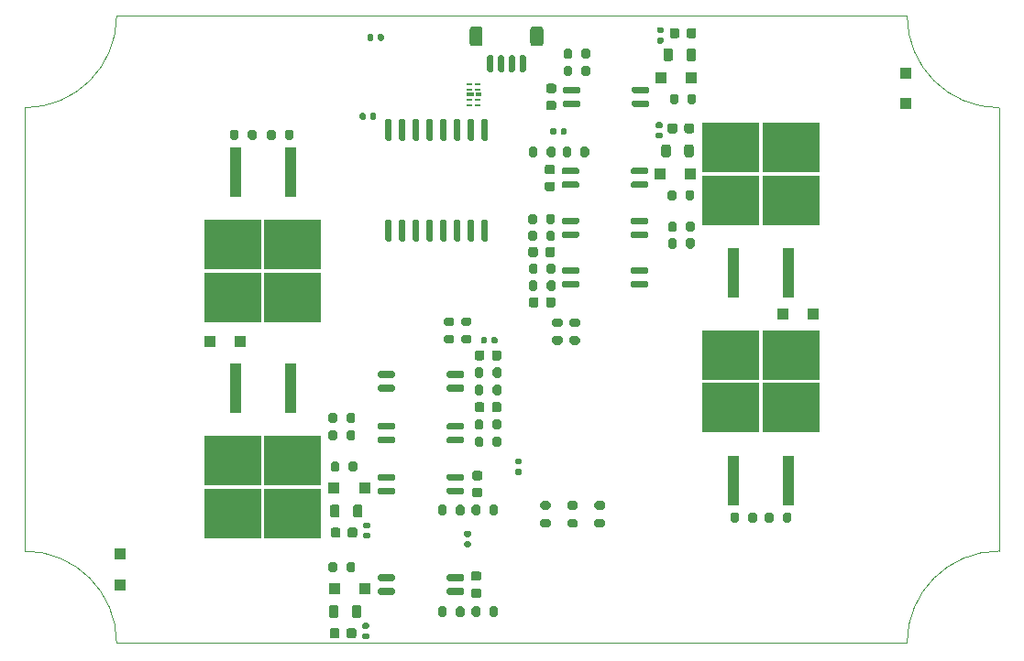
<source format=gbr>
%TF.GenerationSoftware,KiCad,Pcbnew,(5.1.8-0-10_14)*%
%TF.CreationDate,2020-11-30T14:10:51+01:00*%
%TF.ProjectId,FET_Multi,4645545f-4d75-46c7-9469-2e6b69636164,0.2.0*%
%TF.SameCoordinates,Original*%
%TF.FileFunction,Paste,Top*%
%TF.FilePolarity,Positive*%
%FSLAX46Y46*%
G04 Gerber Fmt 4.6, Leading zero omitted, Abs format (unit mm)*
G04 Created by KiCad (PCBNEW (5.1.8-0-10_14)) date 2020-11-30 14:10:51*
%MOMM*%
%LPD*%
G01*
G04 APERTURE LIST*
%TA.AperFunction,Profile*%
%ADD10C,0.050000*%
%TD*%
%ADD11R,0.625000X0.250000*%
%ADD12R,0.700000X0.450000*%
%ADD13R,0.575000X0.450000*%
%ADD14R,1.100000X1.100000*%
%ADD15R,5.250000X4.550000*%
%ADD16R,1.100000X4.600000*%
G04 APERTURE END LIST*
D10*
X89000000Y-65500000D02*
X89000000Y-106500000D01*
X170500000Y-115000000D02*
G75*
G02*
X179000000Y-106500000I8500000J0D01*
G01*
X89000000Y-106500000D02*
G75*
G02*
X97500000Y-115000000I0J-8500000D01*
G01*
X179000000Y-65500000D02*
G75*
G02*
X170500000Y-57000000I0J8500000D01*
G01*
X97500000Y-57000000D02*
G75*
G02*
X89000000Y-65500000I-8500000J0D01*
G01*
X179000000Y-106500000D02*
X179000000Y-65500000D01*
X170500000Y-115000000D02*
X97500000Y-115000000D01*
X170500000Y-57000000D02*
X97500000Y-57000000D01*
D11*
%TO.C,U106*%
X130100000Y-63800000D03*
D12*
X130137500Y-64300000D03*
D11*
X130100000Y-63300000D03*
X130100000Y-64800000D03*
X130875000Y-63300000D03*
X130875000Y-63800000D03*
X130100000Y-65300000D03*
D13*
X130900000Y-64300000D03*
D11*
X130875000Y-65300000D03*
X130875000Y-64800000D03*
%TD*%
%TO.C,J104*%
G36*
G01*
X135700000Y-59550001D02*
X135700000Y-58249999D01*
G75*
G02*
X135949999Y-58000000I249999J0D01*
G01*
X136650001Y-58000000D01*
G75*
G02*
X136900000Y-58249999I0J-249999D01*
G01*
X136900000Y-59550001D01*
G75*
G02*
X136650001Y-59800000I-249999J0D01*
G01*
X135949999Y-59800000D01*
G75*
G02*
X135700000Y-59550001I0J249999D01*
G01*
G37*
G36*
G01*
X130100000Y-59550001D02*
X130100000Y-58249999D01*
G75*
G02*
X130349999Y-58000000I249999J0D01*
G01*
X131050001Y-58000000D01*
G75*
G02*
X131300000Y-58249999I0J-249999D01*
G01*
X131300000Y-59550001D01*
G75*
G02*
X131050001Y-59800000I-249999J0D01*
G01*
X130349999Y-59800000D01*
G75*
G02*
X130100000Y-59550001I0J249999D01*
G01*
G37*
G36*
G01*
X134700000Y-62050000D02*
X134700000Y-60800000D01*
G75*
G02*
X134850000Y-60650000I150000J0D01*
G01*
X135150000Y-60650000D01*
G75*
G02*
X135300000Y-60800000I0J-150000D01*
G01*
X135300000Y-62050000D01*
G75*
G02*
X135150000Y-62200000I-150000J0D01*
G01*
X134850000Y-62200000D01*
G75*
G02*
X134700000Y-62050000I0J150000D01*
G01*
G37*
G36*
G01*
X133700000Y-62050000D02*
X133700000Y-60800000D01*
G75*
G02*
X133850000Y-60650000I150000J0D01*
G01*
X134150000Y-60650000D01*
G75*
G02*
X134300000Y-60800000I0J-150000D01*
G01*
X134300000Y-62050000D01*
G75*
G02*
X134150000Y-62200000I-150000J0D01*
G01*
X133850000Y-62200000D01*
G75*
G02*
X133700000Y-62050000I0J150000D01*
G01*
G37*
G36*
G01*
X132700000Y-62050000D02*
X132700000Y-60800000D01*
G75*
G02*
X132850000Y-60650000I150000J0D01*
G01*
X133150000Y-60650000D01*
G75*
G02*
X133300000Y-60800000I0J-150000D01*
G01*
X133300000Y-62050000D01*
G75*
G02*
X133150000Y-62200000I-150000J0D01*
G01*
X132850000Y-62200000D01*
G75*
G02*
X132700000Y-62050000I0J150000D01*
G01*
G37*
G36*
G01*
X131700000Y-62050000D02*
X131700000Y-60800000D01*
G75*
G02*
X131850000Y-60650000I150000J0D01*
G01*
X132150000Y-60650000D01*
G75*
G02*
X132300000Y-60800000I0J-150000D01*
G01*
X132300000Y-62050000D01*
G75*
G02*
X132150000Y-62200000I-150000J0D01*
G01*
X131850000Y-62200000D01*
G75*
G02*
X131700000Y-62050000I0J150000D01*
G01*
G37*
%TD*%
%TO.C,U304*%
G36*
G01*
X140325000Y-64985000D02*
X140325000Y-65285000D01*
G75*
G02*
X140175000Y-65435000I-150000J0D01*
G01*
X138850000Y-65435000D01*
G75*
G02*
X138700000Y-65285000I0J150000D01*
G01*
X138700000Y-64985000D01*
G75*
G02*
X138850000Y-64835000I150000J0D01*
G01*
X140175000Y-64835000D01*
G75*
G02*
X140325000Y-64985000I0J-150000D01*
G01*
G37*
G36*
G01*
X140325000Y-63715000D02*
X140325000Y-64015000D01*
G75*
G02*
X140175000Y-64165000I-150000J0D01*
G01*
X138850000Y-64165000D01*
G75*
G02*
X138700000Y-64015000I0J150000D01*
G01*
X138700000Y-63715000D01*
G75*
G02*
X138850000Y-63565000I150000J0D01*
G01*
X140175000Y-63565000D01*
G75*
G02*
X140325000Y-63715000I0J-150000D01*
G01*
G37*
G36*
G01*
X146700000Y-63715000D02*
X146700000Y-64015000D01*
G75*
G02*
X146550000Y-64165000I-150000J0D01*
G01*
X145225000Y-64165000D01*
G75*
G02*
X145075000Y-64015000I0J150000D01*
G01*
X145075000Y-63715000D01*
G75*
G02*
X145225000Y-63565000I150000J0D01*
G01*
X146550000Y-63565000D01*
G75*
G02*
X146700000Y-63715000I0J-150000D01*
G01*
G37*
G36*
G01*
X146700000Y-64985000D02*
X146700000Y-65285000D01*
G75*
G02*
X146550000Y-65435000I-150000J0D01*
G01*
X145225000Y-65435000D01*
G75*
G02*
X145075000Y-65285000I0J150000D01*
G01*
X145075000Y-64985000D01*
G75*
G02*
X145225000Y-64835000I150000J0D01*
G01*
X146550000Y-64835000D01*
G75*
G02*
X146700000Y-64985000I0J-150000D01*
G01*
G37*
%TD*%
%TO.C,U303*%
G36*
G01*
X140225000Y-72485000D02*
X140225000Y-72785000D01*
G75*
G02*
X140075000Y-72935000I-150000J0D01*
G01*
X138750000Y-72935000D01*
G75*
G02*
X138600000Y-72785000I0J150000D01*
G01*
X138600000Y-72485000D01*
G75*
G02*
X138750000Y-72335000I150000J0D01*
G01*
X140075000Y-72335000D01*
G75*
G02*
X140225000Y-72485000I0J-150000D01*
G01*
G37*
G36*
G01*
X140225000Y-71215000D02*
X140225000Y-71515000D01*
G75*
G02*
X140075000Y-71665000I-150000J0D01*
G01*
X138750000Y-71665000D01*
G75*
G02*
X138600000Y-71515000I0J150000D01*
G01*
X138600000Y-71215000D01*
G75*
G02*
X138750000Y-71065000I150000J0D01*
G01*
X140075000Y-71065000D01*
G75*
G02*
X140225000Y-71215000I0J-150000D01*
G01*
G37*
G36*
G01*
X146600000Y-71215000D02*
X146600000Y-71515000D01*
G75*
G02*
X146450000Y-71665000I-150000J0D01*
G01*
X145125000Y-71665000D01*
G75*
G02*
X144975000Y-71515000I0J150000D01*
G01*
X144975000Y-71215000D01*
G75*
G02*
X145125000Y-71065000I150000J0D01*
G01*
X146450000Y-71065000D01*
G75*
G02*
X146600000Y-71215000I0J-150000D01*
G01*
G37*
G36*
G01*
X146600000Y-72485000D02*
X146600000Y-72785000D01*
G75*
G02*
X146450000Y-72935000I-150000J0D01*
G01*
X145125000Y-72935000D01*
G75*
G02*
X144975000Y-72785000I0J150000D01*
G01*
X144975000Y-72485000D01*
G75*
G02*
X145125000Y-72335000I150000J0D01*
G01*
X146450000Y-72335000D01*
G75*
G02*
X146600000Y-72485000I0J-150000D01*
G01*
G37*
%TD*%
%TO.C,U302*%
G36*
G01*
X127975000Y-109115000D02*
X127975000Y-108815000D01*
G75*
G02*
X128125000Y-108665000I150000J0D01*
G01*
X129450000Y-108665000D01*
G75*
G02*
X129600000Y-108815000I0J-150000D01*
G01*
X129600000Y-109115000D01*
G75*
G02*
X129450000Y-109265000I-150000J0D01*
G01*
X128125000Y-109265000D01*
G75*
G02*
X127975000Y-109115000I0J150000D01*
G01*
G37*
G36*
G01*
X127975000Y-110385000D02*
X127975000Y-110085000D01*
G75*
G02*
X128125000Y-109935000I150000J0D01*
G01*
X129450000Y-109935000D01*
G75*
G02*
X129600000Y-110085000I0J-150000D01*
G01*
X129600000Y-110385000D01*
G75*
G02*
X129450000Y-110535000I-150000J0D01*
G01*
X128125000Y-110535000D01*
G75*
G02*
X127975000Y-110385000I0J150000D01*
G01*
G37*
G36*
G01*
X121600000Y-110385000D02*
X121600000Y-110085000D01*
G75*
G02*
X121750000Y-109935000I150000J0D01*
G01*
X123075000Y-109935000D01*
G75*
G02*
X123225000Y-110085000I0J-150000D01*
G01*
X123225000Y-110385000D01*
G75*
G02*
X123075000Y-110535000I-150000J0D01*
G01*
X121750000Y-110535000D01*
G75*
G02*
X121600000Y-110385000I0J150000D01*
G01*
G37*
G36*
G01*
X121600000Y-109115000D02*
X121600000Y-108815000D01*
G75*
G02*
X121750000Y-108665000I150000J0D01*
G01*
X123075000Y-108665000D01*
G75*
G02*
X123225000Y-108815000I0J-150000D01*
G01*
X123225000Y-109115000D01*
G75*
G02*
X123075000Y-109265000I-150000J0D01*
G01*
X121750000Y-109265000D01*
G75*
G02*
X121600000Y-109115000I0J150000D01*
G01*
G37*
%TD*%
%TO.C,U301*%
G36*
G01*
X127975000Y-99825000D02*
X127975000Y-99525000D01*
G75*
G02*
X128125000Y-99375000I150000J0D01*
G01*
X129450000Y-99375000D01*
G75*
G02*
X129600000Y-99525000I0J-150000D01*
G01*
X129600000Y-99825000D01*
G75*
G02*
X129450000Y-99975000I-150000J0D01*
G01*
X128125000Y-99975000D01*
G75*
G02*
X127975000Y-99825000I0J150000D01*
G01*
G37*
G36*
G01*
X127975000Y-101095000D02*
X127975000Y-100795000D01*
G75*
G02*
X128125000Y-100645000I150000J0D01*
G01*
X129450000Y-100645000D01*
G75*
G02*
X129600000Y-100795000I0J-150000D01*
G01*
X129600000Y-101095000D01*
G75*
G02*
X129450000Y-101245000I-150000J0D01*
G01*
X128125000Y-101245000D01*
G75*
G02*
X127975000Y-101095000I0J150000D01*
G01*
G37*
G36*
G01*
X121600000Y-101095000D02*
X121600000Y-100795000D01*
G75*
G02*
X121750000Y-100645000I150000J0D01*
G01*
X123075000Y-100645000D01*
G75*
G02*
X123225000Y-100795000I0J-150000D01*
G01*
X123225000Y-101095000D01*
G75*
G02*
X123075000Y-101245000I-150000J0D01*
G01*
X121750000Y-101245000D01*
G75*
G02*
X121600000Y-101095000I0J150000D01*
G01*
G37*
G36*
G01*
X121600000Y-99825000D02*
X121600000Y-99525000D01*
G75*
G02*
X121750000Y-99375000I150000J0D01*
G01*
X123075000Y-99375000D01*
G75*
G02*
X123225000Y-99525000I0J-150000D01*
G01*
X123225000Y-99825000D01*
G75*
G02*
X123075000Y-99975000I-150000J0D01*
G01*
X121750000Y-99975000D01*
G75*
G02*
X121600000Y-99825000I0J150000D01*
G01*
G37*
%TD*%
%TO.C,R312*%
G36*
G01*
X139575000Y-60225000D02*
X139575000Y-60775000D01*
G75*
G02*
X139375000Y-60975000I-200000J0D01*
G01*
X138975000Y-60975000D01*
G75*
G02*
X138775000Y-60775000I0J200000D01*
G01*
X138775000Y-60225000D01*
G75*
G02*
X138975000Y-60025000I200000J0D01*
G01*
X139375000Y-60025000D01*
G75*
G02*
X139575000Y-60225000I0J-200000D01*
G01*
G37*
G36*
G01*
X141225000Y-60225000D02*
X141225000Y-60775000D01*
G75*
G02*
X141025000Y-60975000I-200000J0D01*
G01*
X140625000Y-60975000D01*
G75*
G02*
X140425000Y-60775000I0J200000D01*
G01*
X140425000Y-60225000D01*
G75*
G02*
X140625000Y-60025000I200000J0D01*
G01*
X141025000Y-60025000D01*
G75*
G02*
X141225000Y-60225000I0J-200000D01*
G01*
G37*
%TD*%
%TO.C,R311*%
G36*
G01*
X136375000Y-69325000D02*
X136375000Y-69875000D01*
G75*
G02*
X136175000Y-70075000I-200000J0D01*
G01*
X135775000Y-70075000D01*
G75*
G02*
X135575000Y-69875000I0J200000D01*
G01*
X135575000Y-69325000D01*
G75*
G02*
X135775000Y-69125000I200000J0D01*
G01*
X136175000Y-69125000D01*
G75*
G02*
X136375000Y-69325000I0J-200000D01*
G01*
G37*
G36*
G01*
X138025000Y-69325000D02*
X138025000Y-69875000D01*
G75*
G02*
X137825000Y-70075000I-200000J0D01*
G01*
X137425000Y-70075000D01*
G75*
G02*
X137225000Y-69875000I0J200000D01*
G01*
X137225000Y-69325000D01*
G75*
G02*
X137425000Y-69125000I200000J0D01*
G01*
X137825000Y-69125000D01*
G75*
G02*
X138025000Y-69325000I0J-200000D01*
G01*
G37*
%TD*%
%TO.C,R310*%
G36*
G01*
X139575000Y-61825000D02*
X139575000Y-62375000D01*
G75*
G02*
X139375000Y-62575000I-200000J0D01*
G01*
X138975000Y-62575000D01*
G75*
G02*
X138775000Y-62375000I0J200000D01*
G01*
X138775000Y-61825000D01*
G75*
G02*
X138975000Y-61625000I200000J0D01*
G01*
X139375000Y-61625000D01*
G75*
G02*
X139575000Y-61825000I0J-200000D01*
G01*
G37*
G36*
G01*
X141225000Y-61825000D02*
X141225000Y-62375000D01*
G75*
G02*
X141025000Y-62575000I-200000J0D01*
G01*
X140625000Y-62575000D01*
G75*
G02*
X140425000Y-62375000I0J200000D01*
G01*
X140425000Y-61825000D01*
G75*
G02*
X140625000Y-61625000I200000J0D01*
G01*
X141025000Y-61625000D01*
G75*
G02*
X141225000Y-61825000I0J-200000D01*
G01*
G37*
%TD*%
%TO.C,R309*%
G36*
G01*
X139475000Y-69325000D02*
X139475000Y-69875000D01*
G75*
G02*
X139275000Y-70075000I-200000J0D01*
G01*
X138875000Y-70075000D01*
G75*
G02*
X138675000Y-69875000I0J200000D01*
G01*
X138675000Y-69325000D01*
G75*
G02*
X138875000Y-69125000I200000J0D01*
G01*
X139275000Y-69125000D01*
G75*
G02*
X139475000Y-69325000I0J-200000D01*
G01*
G37*
G36*
G01*
X141125000Y-69325000D02*
X141125000Y-69875000D01*
G75*
G02*
X140925000Y-70075000I-200000J0D01*
G01*
X140525000Y-70075000D01*
G75*
G02*
X140325000Y-69875000I0J200000D01*
G01*
X140325000Y-69325000D01*
G75*
G02*
X140525000Y-69125000I200000J0D01*
G01*
X140925000Y-69125000D01*
G75*
G02*
X141125000Y-69325000I0J-200000D01*
G01*
G37*
%TD*%
%TO.C,R307*%
G36*
G01*
X131925000Y-112375000D02*
X131925000Y-111825000D01*
G75*
G02*
X132125000Y-111625000I200000J0D01*
G01*
X132525000Y-111625000D01*
G75*
G02*
X132725000Y-111825000I0J-200000D01*
G01*
X132725000Y-112375000D01*
G75*
G02*
X132525000Y-112575000I-200000J0D01*
G01*
X132125000Y-112575000D01*
G75*
G02*
X131925000Y-112375000I0J200000D01*
G01*
G37*
G36*
G01*
X130275000Y-112375000D02*
X130275000Y-111825000D01*
G75*
G02*
X130475000Y-111625000I200000J0D01*
G01*
X130875000Y-111625000D01*
G75*
G02*
X131075000Y-111825000I0J-200000D01*
G01*
X131075000Y-112375000D01*
G75*
G02*
X130875000Y-112575000I-200000J0D01*
G01*
X130475000Y-112575000D01*
G75*
G02*
X130275000Y-112375000I0J200000D01*
G01*
G37*
%TD*%
%TO.C,R305*%
G36*
G01*
X131925000Y-102975000D02*
X131925000Y-102425000D01*
G75*
G02*
X132125000Y-102225000I200000J0D01*
G01*
X132525000Y-102225000D01*
G75*
G02*
X132725000Y-102425000I0J-200000D01*
G01*
X132725000Y-102975000D01*
G75*
G02*
X132525000Y-103175000I-200000J0D01*
G01*
X132125000Y-103175000D01*
G75*
G02*
X131925000Y-102975000I0J200000D01*
G01*
G37*
G36*
G01*
X130275000Y-102975000D02*
X130275000Y-102425000D01*
G75*
G02*
X130475000Y-102225000I200000J0D01*
G01*
X130875000Y-102225000D01*
G75*
G02*
X131075000Y-102425000I0J-200000D01*
G01*
X131075000Y-102975000D01*
G75*
G02*
X130875000Y-103175000I-200000J0D01*
G01*
X130475000Y-103175000D01*
G75*
G02*
X130275000Y-102975000I0J200000D01*
G01*
G37*
%TD*%
%TO.C,R303*%
G36*
G01*
X128825000Y-112375000D02*
X128825000Y-111825000D01*
G75*
G02*
X129025000Y-111625000I200000J0D01*
G01*
X129425000Y-111625000D01*
G75*
G02*
X129625000Y-111825000I0J-200000D01*
G01*
X129625000Y-112375000D01*
G75*
G02*
X129425000Y-112575000I-200000J0D01*
G01*
X129025000Y-112575000D01*
G75*
G02*
X128825000Y-112375000I0J200000D01*
G01*
G37*
G36*
G01*
X127175000Y-112375000D02*
X127175000Y-111825000D01*
G75*
G02*
X127375000Y-111625000I200000J0D01*
G01*
X127775000Y-111625000D01*
G75*
G02*
X127975000Y-111825000I0J-200000D01*
G01*
X127975000Y-112375000D01*
G75*
G02*
X127775000Y-112575000I-200000J0D01*
G01*
X127375000Y-112575000D01*
G75*
G02*
X127175000Y-112375000I0J200000D01*
G01*
G37*
%TD*%
%TO.C,R301*%
G36*
G01*
X128825000Y-102975000D02*
X128825000Y-102425000D01*
G75*
G02*
X129025000Y-102225000I200000J0D01*
G01*
X129425000Y-102225000D01*
G75*
G02*
X129625000Y-102425000I0J-200000D01*
G01*
X129625000Y-102975000D01*
G75*
G02*
X129425000Y-103175000I-200000J0D01*
G01*
X129025000Y-103175000D01*
G75*
G02*
X128825000Y-102975000I0J200000D01*
G01*
G37*
G36*
G01*
X127175000Y-102975000D02*
X127175000Y-102425000D01*
G75*
G02*
X127375000Y-102225000I200000J0D01*
G01*
X127775000Y-102225000D01*
G75*
G02*
X127975000Y-102425000I0J-200000D01*
G01*
X127975000Y-102975000D01*
G75*
G02*
X127775000Y-103175000I-200000J0D01*
G01*
X127375000Y-103175000D01*
G75*
G02*
X127175000Y-102975000I0J200000D01*
G01*
G37*
%TD*%
%TO.C,D307*%
G36*
G01*
X137881250Y-64150000D02*
X137368750Y-64150000D01*
G75*
G02*
X137150000Y-63931250I0J218750D01*
G01*
X137150000Y-63493750D01*
G75*
G02*
X137368750Y-63275000I218750J0D01*
G01*
X137881250Y-63275000D01*
G75*
G02*
X138100000Y-63493750I0J-218750D01*
G01*
X138100000Y-63931250D01*
G75*
G02*
X137881250Y-64150000I-218750J0D01*
G01*
G37*
G36*
G01*
X137881250Y-65725000D02*
X137368750Y-65725000D01*
G75*
G02*
X137150000Y-65506250I0J218750D01*
G01*
X137150000Y-65068750D01*
G75*
G02*
X137368750Y-64850000I218750J0D01*
G01*
X137881250Y-64850000D01*
G75*
G02*
X138100000Y-65068750I0J-218750D01*
G01*
X138100000Y-65506250D01*
G75*
G02*
X137881250Y-65725000I-218750J0D01*
G01*
G37*
%TD*%
%TO.C,D305*%
G36*
G01*
X137756250Y-71650000D02*
X137243750Y-71650000D01*
G75*
G02*
X137025000Y-71431250I0J218750D01*
G01*
X137025000Y-70993750D01*
G75*
G02*
X137243750Y-70775000I218750J0D01*
G01*
X137756250Y-70775000D01*
G75*
G02*
X137975000Y-70993750I0J-218750D01*
G01*
X137975000Y-71431250D01*
G75*
G02*
X137756250Y-71650000I-218750J0D01*
G01*
G37*
G36*
G01*
X137756250Y-73225000D02*
X137243750Y-73225000D01*
G75*
G02*
X137025000Y-73006250I0J218750D01*
G01*
X137025000Y-72568750D01*
G75*
G02*
X137243750Y-72350000I218750J0D01*
G01*
X137756250Y-72350000D01*
G75*
G02*
X137975000Y-72568750I0J-218750D01*
G01*
X137975000Y-73006250D01*
G75*
G02*
X137756250Y-73225000I-218750J0D01*
G01*
G37*
%TD*%
%TO.C,D303*%
G36*
G01*
X130443750Y-109950000D02*
X130956250Y-109950000D01*
G75*
G02*
X131175000Y-110168750I0J-218750D01*
G01*
X131175000Y-110606250D01*
G75*
G02*
X130956250Y-110825000I-218750J0D01*
G01*
X130443750Y-110825000D01*
G75*
G02*
X130225000Y-110606250I0J218750D01*
G01*
X130225000Y-110168750D01*
G75*
G02*
X130443750Y-109950000I218750J0D01*
G01*
G37*
G36*
G01*
X130443750Y-108375000D02*
X130956250Y-108375000D01*
G75*
G02*
X131175000Y-108593750I0J-218750D01*
G01*
X131175000Y-109031250D01*
G75*
G02*
X130956250Y-109250000I-218750J0D01*
G01*
X130443750Y-109250000D01*
G75*
G02*
X130225000Y-109031250I0J218750D01*
G01*
X130225000Y-108593750D01*
G75*
G02*
X130443750Y-108375000I218750J0D01*
G01*
G37*
%TD*%
%TO.C,C1006*%
G36*
G01*
X138500000Y-67870000D02*
X138500000Y-67530000D01*
G75*
G02*
X138640000Y-67390000I140000J0D01*
G01*
X138920000Y-67390000D01*
G75*
G02*
X139060000Y-67530000I0J-140000D01*
G01*
X139060000Y-67870000D01*
G75*
G02*
X138920000Y-68010000I-140000J0D01*
G01*
X138640000Y-68010000D01*
G75*
G02*
X138500000Y-67870000I0J140000D01*
G01*
G37*
G36*
G01*
X137540000Y-67870000D02*
X137540000Y-67530000D01*
G75*
G02*
X137680000Y-67390000I140000J0D01*
G01*
X137960000Y-67390000D01*
G75*
G02*
X138100000Y-67530000I0J-140000D01*
G01*
X138100000Y-67870000D01*
G75*
G02*
X137960000Y-68010000I-140000J0D01*
G01*
X137680000Y-68010000D01*
G75*
G02*
X137540000Y-67870000I0J140000D01*
G01*
G37*
%TD*%
%TO.C,C1005*%
G36*
G01*
X120900000Y-66470000D02*
X120900000Y-66130000D01*
G75*
G02*
X121040000Y-65990000I140000J0D01*
G01*
X121320000Y-65990000D01*
G75*
G02*
X121460000Y-66130000I0J-140000D01*
G01*
X121460000Y-66470000D01*
G75*
G02*
X121320000Y-66610000I-140000J0D01*
G01*
X121040000Y-66610000D01*
G75*
G02*
X120900000Y-66470000I0J140000D01*
G01*
G37*
G36*
G01*
X119940000Y-66470000D02*
X119940000Y-66130000D01*
G75*
G02*
X120080000Y-65990000I140000J0D01*
G01*
X120360000Y-65990000D01*
G75*
G02*
X120500000Y-66130000I0J-140000D01*
G01*
X120500000Y-66470000D01*
G75*
G02*
X120360000Y-66610000I-140000J0D01*
G01*
X120080000Y-66610000D01*
G75*
G02*
X119940000Y-66470000I0J140000D01*
G01*
G37*
%TD*%
%TO.C,C1004*%
G36*
G01*
X121600000Y-59170000D02*
X121600000Y-58830000D01*
G75*
G02*
X121740000Y-58690000I140000J0D01*
G01*
X122020000Y-58690000D01*
G75*
G02*
X122160000Y-58830000I0J-140000D01*
G01*
X122160000Y-59170000D01*
G75*
G02*
X122020000Y-59310000I-140000J0D01*
G01*
X121740000Y-59310000D01*
G75*
G02*
X121600000Y-59170000I0J140000D01*
G01*
G37*
G36*
G01*
X120640000Y-59170000D02*
X120640000Y-58830000D01*
G75*
G02*
X120780000Y-58690000I140000J0D01*
G01*
X121060000Y-58690000D01*
G75*
G02*
X121200000Y-58830000I0J-140000D01*
G01*
X121200000Y-59170000D01*
G75*
G02*
X121060000Y-59310000I-140000J0D01*
G01*
X120780000Y-59310000D01*
G75*
G02*
X120640000Y-59170000I0J140000D01*
G01*
G37*
%TD*%
%TO.C,C1003*%
G36*
G01*
X134430000Y-98900000D02*
X134770000Y-98900000D01*
G75*
G02*
X134910000Y-99040000I0J-140000D01*
G01*
X134910000Y-99320000D01*
G75*
G02*
X134770000Y-99460000I-140000J0D01*
G01*
X134430000Y-99460000D01*
G75*
G02*
X134290000Y-99320000I0J140000D01*
G01*
X134290000Y-99040000D01*
G75*
G02*
X134430000Y-98900000I140000J0D01*
G01*
G37*
G36*
G01*
X134430000Y-97940000D02*
X134770000Y-97940000D01*
G75*
G02*
X134910000Y-98080000I0J-140000D01*
G01*
X134910000Y-98360000D01*
G75*
G02*
X134770000Y-98500000I-140000J0D01*
G01*
X134430000Y-98500000D01*
G75*
G02*
X134290000Y-98360000I0J140000D01*
G01*
X134290000Y-98080000D01*
G75*
G02*
X134430000Y-97940000I140000J0D01*
G01*
G37*
%TD*%
%TO.C,C1002*%
G36*
G01*
X132100000Y-87170000D02*
X132100000Y-86830000D01*
G75*
G02*
X132240000Y-86690000I140000J0D01*
G01*
X132520000Y-86690000D01*
G75*
G02*
X132660000Y-86830000I0J-140000D01*
G01*
X132660000Y-87170000D01*
G75*
G02*
X132520000Y-87310000I-140000J0D01*
G01*
X132240000Y-87310000D01*
G75*
G02*
X132100000Y-87170000I0J140000D01*
G01*
G37*
G36*
G01*
X131140000Y-87170000D02*
X131140000Y-86830000D01*
G75*
G02*
X131280000Y-86690000I140000J0D01*
G01*
X131560000Y-86690000D01*
G75*
G02*
X131700000Y-86830000I0J-140000D01*
G01*
X131700000Y-87170000D01*
G75*
G02*
X131560000Y-87310000I-140000J0D01*
G01*
X131280000Y-87310000D01*
G75*
G02*
X131140000Y-87170000I0J140000D01*
G01*
G37*
%TD*%
%TO.C,C1001*%
G36*
G01*
X130070000Y-105200000D02*
X129730000Y-105200000D01*
G75*
G02*
X129590000Y-105060000I0J140000D01*
G01*
X129590000Y-104780000D01*
G75*
G02*
X129730000Y-104640000I140000J0D01*
G01*
X130070000Y-104640000D01*
G75*
G02*
X130210000Y-104780000I0J-140000D01*
G01*
X130210000Y-105060000D01*
G75*
G02*
X130070000Y-105200000I-140000J0D01*
G01*
G37*
G36*
G01*
X130070000Y-106160000D02*
X129730000Y-106160000D01*
G75*
G02*
X129590000Y-106020000I0J140000D01*
G01*
X129590000Y-105740000D01*
G75*
G02*
X129730000Y-105600000I140000J0D01*
G01*
X130070000Y-105600000D01*
G75*
G02*
X130210000Y-105740000I0J-140000D01*
G01*
X130210000Y-106020000D01*
G75*
G02*
X130070000Y-106160000I-140000J0D01*
G01*
G37*
%TD*%
%TO.C,R121*%
G36*
G01*
X127925000Y-86525000D02*
X128475000Y-86525000D01*
G75*
G02*
X128675000Y-86725000I0J-200000D01*
G01*
X128675000Y-87125000D01*
G75*
G02*
X128475000Y-87325000I-200000J0D01*
G01*
X127925000Y-87325000D01*
G75*
G02*
X127725000Y-87125000I0J200000D01*
G01*
X127725000Y-86725000D01*
G75*
G02*
X127925000Y-86525000I200000J0D01*
G01*
G37*
G36*
G01*
X127925000Y-84875000D02*
X128475000Y-84875000D01*
G75*
G02*
X128675000Y-85075000I0J-200000D01*
G01*
X128675000Y-85475000D01*
G75*
G02*
X128475000Y-85675000I-200000J0D01*
G01*
X127925000Y-85675000D01*
G75*
G02*
X127725000Y-85475000I0J200000D01*
G01*
X127725000Y-85075000D01*
G75*
G02*
X127925000Y-84875000I200000J0D01*
G01*
G37*
%TD*%
%TO.C,R120*%
G36*
G01*
X129525000Y-86525000D02*
X130075000Y-86525000D01*
G75*
G02*
X130275000Y-86725000I0J-200000D01*
G01*
X130275000Y-87125000D01*
G75*
G02*
X130075000Y-87325000I-200000J0D01*
G01*
X129525000Y-87325000D01*
G75*
G02*
X129325000Y-87125000I0J200000D01*
G01*
X129325000Y-86725000D01*
G75*
G02*
X129525000Y-86525000I200000J0D01*
G01*
G37*
G36*
G01*
X129525000Y-84875000D02*
X130075000Y-84875000D01*
G75*
G02*
X130275000Y-85075000I0J-200000D01*
G01*
X130275000Y-85475000D01*
G75*
G02*
X130075000Y-85675000I-200000J0D01*
G01*
X129525000Y-85675000D01*
G75*
G02*
X129325000Y-85475000I0J200000D01*
G01*
X129325000Y-85075000D01*
G75*
G02*
X129525000Y-84875000I200000J0D01*
G01*
G37*
%TD*%
%TO.C,R308*%
G36*
G01*
X149175000Y-73325000D02*
X149175000Y-73875000D01*
G75*
G02*
X148975000Y-74075000I-200000J0D01*
G01*
X148575000Y-74075000D01*
G75*
G02*
X148375000Y-73875000I0J200000D01*
G01*
X148375000Y-73325000D01*
G75*
G02*
X148575000Y-73125000I200000J0D01*
G01*
X148975000Y-73125000D01*
G75*
G02*
X149175000Y-73325000I0J-200000D01*
G01*
G37*
G36*
G01*
X150825000Y-73325000D02*
X150825000Y-73875000D01*
G75*
G02*
X150625000Y-74075000I-200000J0D01*
G01*
X150225000Y-74075000D01*
G75*
G02*
X150025000Y-73875000I0J200000D01*
G01*
X150025000Y-73325000D01*
G75*
G02*
X150225000Y-73125000I200000J0D01*
G01*
X150625000Y-73125000D01*
G75*
G02*
X150825000Y-73325000I0J-200000D01*
G01*
G37*
%TD*%
%TO.C,FB304*%
G36*
G01*
X148675000Y-69118750D02*
X148675000Y-69881250D01*
G75*
G02*
X148456250Y-70100000I-218750J0D01*
G01*
X148018750Y-70100000D01*
G75*
G02*
X147800000Y-69881250I0J218750D01*
G01*
X147800000Y-69118750D01*
G75*
G02*
X148018750Y-68900000I218750J0D01*
G01*
X148456250Y-68900000D01*
G75*
G02*
X148675000Y-69118750I0J-218750D01*
G01*
G37*
G36*
G01*
X150800000Y-69118750D02*
X150800000Y-69881250D01*
G75*
G02*
X150581250Y-70100000I-218750J0D01*
G01*
X150143750Y-70100000D01*
G75*
G02*
X149925000Y-69881250I0J218750D01*
G01*
X149925000Y-69118750D01*
G75*
G02*
X150143750Y-68900000I218750J0D01*
G01*
X150581250Y-68900000D01*
G75*
G02*
X150800000Y-69118750I0J-218750D01*
G01*
G37*
%TD*%
D14*
%TO.C,D308*%
X147700000Y-71600000D03*
X150500000Y-71600000D03*
%TD*%
%TO.C,C308*%
G36*
G01*
X149275000Y-67150000D02*
X149275000Y-67650000D01*
G75*
G02*
X149050000Y-67875000I-225000J0D01*
G01*
X148600000Y-67875000D01*
G75*
G02*
X148375000Y-67650000I0J225000D01*
G01*
X148375000Y-67150000D01*
G75*
G02*
X148600000Y-66925000I225000J0D01*
G01*
X149050000Y-66925000D01*
G75*
G02*
X149275000Y-67150000I0J-225000D01*
G01*
G37*
G36*
G01*
X150825000Y-67150000D02*
X150825000Y-67650000D01*
G75*
G02*
X150600000Y-67875000I-225000J0D01*
G01*
X150150000Y-67875000D01*
G75*
G02*
X149925000Y-67650000I0J225000D01*
G01*
X149925000Y-67150000D01*
G75*
G02*
X150150000Y-66925000I225000J0D01*
G01*
X150600000Y-66925000D01*
G75*
G02*
X150825000Y-67150000I0J-225000D01*
G01*
G37*
%TD*%
%TO.C,C307*%
G36*
G01*
X147770000Y-67400000D02*
X147430000Y-67400000D01*
G75*
G02*
X147290000Y-67260000I0J140000D01*
G01*
X147290000Y-66980000D01*
G75*
G02*
X147430000Y-66840000I140000J0D01*
G01*
X147770000Y-66840000D01*
G75*
G02*
X147910000Y-66980000I0J-140000D01*
G01*
X147910000Y-67260000D01*
G75*
G02*
X147770000Y-67400000I-140000J0D01*
G01*
G37*
G36*
G01*
X147770000Y-68360000D02*
X147430000Y-68360000D01*
G75*
G02*
X147290000Y-68220000I0J140000D01*
G01*
X147290000Y-67940000D01*
G75*
G02*
X147430000Y-67800000I140000J0D01*
G01*
X147770000Y-67800000D01*
G75*
G02*
X147910000Y-67940000I0J-140000D01*
G01*
X147910000Y-68220000D01*
G75*
G02*
X147770000Y-68360000I-140000J0D01*
G01*
G37*
%TD*%
%TO.C,R306*%
G36*
G01*
X149375000Y-64425000D02*
X149375000Y-64975000D01*
G75*
G02*
X149175000Y-65175000I-200000J0D01*
G01*
X148775000Y-65175000D01*
G75*
G02*
X148575000Y-64975000I0J200000D01*
G01*
X148575000Y-64425000D01*
G75*
G02*
X148775000Y-64225000I200000J0D01*
G01*
X149175000Y-64225000D01*
G75*
G02*
X149375000Y-64425000I0J-200000D01*
G01*
G37*
G36*
G01*
X151025000Y-64425000D02*
X151025000Y-64975000D01*
G75*
G02*
X150825000Y-65175000I-200000J0D01*
G01*
X150425000Y-65175000D01*
G75*
G02*
X150225000Y-64975000I0J200000D01*
G01*
X150225000Y-64425000D01*
G75*
G02*
X150425000Y-64225000I200000J0D01*
G01*
X150825000Y-64225000D01*
G75*
G02*
X151025000Y-64425000I0J-200000D01*
G01*
G37*
%TD*%
%TO.C,FB303*%
G36*
G01*
X148875000Y-60218750D02*
X148875000Y-60981250D01*
G75*
G02*
X148656250Y-61200000I-218750J0D01*
G01*
X148218750Y-61200000D01*
G75*
G02*
X148000000Y-60981250I0J218750D01*
G01*
X148000000Y-60218750D01*
G75*
G02*
X148218750Y-60000000I218750J0D01*
G01*
X148656250Y-60000000D01*
G75*
G02*
X148875000Y-60218750I0J-218750D01*
G01*
G37*
G36*
G01*
X151000000Y-60218750D02*
X151000000Y-60981250D01*
G75*
G02*
X150781250Y-61200000I-218750J0D01*
G01*
X150343750Y-61200000D01*
G75*
G02*
X150125000Y-60981250I0J218750D01*
G01*
X150125000Y-60218750D01*
G75*
G02*
X150343750Y-60000000I218750J0D01*
G01*
X150781250Y-60000000D01*
G75*
G02*
X151000000Y-60218750I0J-218750D01*
G01*
G37*
%TD*%
%TO.C,D306*%
X147750000Y-62700000D03*
X150550000Y-62700000D03*
%TD*%
%TO.C,C306*%
G36*
G01*
X149475000Y-58350000D02*
X149475000Y-58850000D01*
G75*
G02*
X149250000Y-59075000I-225000J0D01*
G01*
X148800000Y-59075000D01*
G75*
G02*
X148575000Y-58850000I0J225000D01*
G01*
X148575000Y-58350000D01*
G75*
G02*
X148800000Y-58125000I225000J0D01*
G01*
X149250000Y-58125000D01*
G75*
G02*
X149475000Y-58350000I0J-225000D01*
G01*
G37*
G36*
G01*
X151025000Y-58350000D02*
X151025000Y-58850000D01*
G75*
G02*
X150800000Y-59075000I-225000J0D01*
G01*
X150350000Y-59075000D01*
G75*
G02*
X150125000Y-58850000I0J225000D01*
G01*
X150125000Y-58350000D01*
G75*
G02*
X150350000Y-58125000I225000J0D01*
G01*
X150800000Y-58125000D01*
G75*
G02*
X151025000Y-58350000I0J-225000D01*
G01*
G37*
%TD*%
%TO.C,C305*%
G36*
G01*
X147870000Y-58600000D02*
X147530000Y-58600000D01*
G75*
G02*
X147390000Y-58460000I0J140000D01*
G01*
X147390000Y-58180000D01*
G75*
G02*
X147530000Y-58040000I140000J0D01*
G01*
X147870000Y-58040000D01*
G75*
G02*
X148010000Y-58180000I0J-140000D01*
G01*
X148010000Y-58460000D01*
G75*
G02*
X147870000Y-58600000I-140000J0D01*
G01*
G37*
G36*
G01*
X147870000Y-59560000D02*
X147530000Y-59560000D01*
G75*
G02*
X147390000Y-59420000I0J140000D01*
G01*
X147390000Y-59140000D01*
G75*
G02*
X147530000Y-59000000I140000J0D01*
G01*
X147870000Y-59000000D01*
G75*
G02*
X148010000Y-59140000I0J-140000D01*
G01*
X148010000Y-59420000D01*
G75*
G02*
X147870000Y-59560000I-140000J0D01*
G01*
G37*
%TD*%
%TO.C,R304*%
G36*
G01*
X118725000Y-108275000D02*
X118725000Y-107725000D01*
G75*
G02*
X118925000Y-107525000I200000J0D01*
G01*
X119325000Y-107525000D01*
G75*
G02*
X119525000Y-107725000I0J-200000D01*
G01*
X119525000Y-108275000D01*
G75*
G02*
X119325000Y-108475000I-200000J0D01*
G01*
X118925000Y-108475000D01*
G75*
G02*
X118725000Y-108275000I0J200000D01*
G01*
G37*
G36*
G01*
X117075000Y-108275000D02*
X117075000Y-107725000D01*
G75*
G02*
X117275000Y-107525000I200000J0D01*
G01*
X117675000Y-107525000D01*
G75*
G02*
X117875000Y-107725000I0J-200000D01*
G01*
X117875000Y-108275000D01*
G75*
G02*
X117675000Y-108475000I-200000J0D01*
G01*
X117275000Y-108475000D01*
G75*
G02*
X117075000Y-108275000I0J200000D01*
G01*
G37*
%TD*%
%TO.C,FB302*%
G36*
G01*
X119225000Y-112481250D02*
X119225000Y-111718750D01*
G75*
G02*
X119443750Y-111500000I218750J0D01*
G01*
X119881250Y-111500000D01*
G75*
G02*
X120100000Y-111718750I0J-218750D01*
G01*
X120100000Y-112481250D01*
G75*
G02*
X119881250Y-112700000I-218750J0D01*
G01*
X119443750Y-112700000D01*
G75*
G02*
X119225000Y-112481250I0J218750D01*
G01*
G37*
G36*
G01*
X117100000Y-112481250D02*
X117100000Y-111718750D01*
G75*
G02*
X117318750Y-111500000I218750J0D01*
G01*
X117756250Y-111500000D01*
G75*
G02*
X117975000Y-111718750I0J-218750D01*
G01*
X117975000Y-112481250D01*
G75*
G02*
X117756250Y-112700000I-218750J0D01*
G01*
X117318750Y-112700000D01*
G75*
G02*
X117100000Y-112481250I0J218750D01*
G01*
G37*
%TD*%
%TO.C,D304*%
X120400000Y-110000000D03*
X117600000Y-110000000D03*
%TD*%
%TO.C,C304*%
G36*
G01*
X118725000Y-114350000D02*
X118725000Y-113850000D01*
G75*
G02*
X118950000Y-113625000I225000J0D01*
G01*
X119400000Y-113625000D01*
G75*
G02*
X119625000Y-113850000I0J-225000D01*
G01*
X119625000Y-114350000D01*
G75*
G02*
X119400000Y-114575000I-225000J0D01*
G01*
X118950000Y-114575000D01*
G75*
G02*
X118725000Y-114350000I0J225000D01*
G01*
G37*
G36*
G01*
X117175000Y-114350000D02*
X117175000Y-113850000D01*
G75*
G02*
X117400000Y-113625000I225000J0D01*
G01*
X117850000Y-113625000D01*
G75*
G02*
X118075000Y-113850000I0J-225000D01*
G01*
X118075000Y-114350000D01*
G75*
G02*
X117850000Y-114575000I-225000J0D01*
G01*
X117400000Y-114575000D01*
G75*
G02*
X117175000Y-114350000I0J225000D01*
G01*
G37*
%TD*%
%TO.C,C303*%
G36*
G01*
X120330000Y-114100000D02*
X120670000Y-114100000D01*
G75*
G02*
X120810000Y-114240000I0J-140000D01*
G01*
X120810000Y-114520000D01*
G75*
G02*
X120670000Y-114660000I-140000J0D01*
G01*
X120330000Y-114660000D01*
G75*
G02*
X120190000Y-114520000I0J140000D01*
G01*
X120190000Y-114240000D01*
G75*
G02*
X120330000Y-114100000I140000J0D01*
G01*
G37*
G36*
G01*
X120330000Y-113140000D02*
X120670000Y-113140000D01*
G75*
G02*
X120810000Y-113280000I0J-140000D01*
G01*
X120810000Y-113560000D01*
G75*
G02*
X120670000Y-113700000I-140000J0D01*
G01*
X120330000Y-113700000D01*
G75*
G02*
X120190000Y-113560000I0J140000D01*
G01*
X120190000Y-113280000D01*
G75*
G02*
X120330000Y-113140000I140000J0D01*
G01*
G37*
%TD*%
%TO.C,R302*%
G36*
G01*
X118925000Y-98975000D02*
X118925000Y-98425000D01*
G75*
G02*
X119125000Y-98225000I200000J0D01*
G01*
X119525000Y-98225000D01*
G75*
G02*
X119725000Y-98425000I0J-200000D01*
G01*
X119725000Y-98975000D01*
G75*
G02*
X119525000Y-99175000I-200000J0D01*
G01*
X119125000Y-99175000D01*
G75*
G02*
X118925000Y-98975000I0J200000D01*
G01*
G37*
G36*
G01*
X117275000Y-98975000D02*
X117275000Y-98425000D01*
G75*
G02*
X117475000Y-98225000I200000J0D01*
G01*
X117875000Y-98225000D01*
G75*
G02*
X118075000Y-98425000I0J-200000D01*
G01*
X118075000Y-98975000D01*
G75*
G02*
X117875000Y-99175000I-200000J0D01*
G01*
X117475000Y-99175000D01*
G75*
G02*
X117275000Y-98975000I0J200000D01*
G01*
G37*
%TD*%
%TO.C,R101*%
G36*
G01*
X131375000Y-89725000D02*
X131375000Y-90275000D01*
G75*
G02*
X131175000Y-90475000I-200000J0D01*
G01*
X130775000Y-90475000D01*
G75*
G02*
X130575000Y-90275000I0J200000D01*
G01*
X130575000Y-89725000D01*
G75*
G02*
X130775000Y-89525000I200000J0D01*
G01*
X131175000Y-89525000D01*
G75*
G02*
X131375000Y-89725000I0J-200000D01*
G01*
G37*
G36*
G01*
X133025000Y-89725000D02*
X133025000Y-90275000D01*
G75*
G02*
X132825000Y-90475000I-200000J0D01*
G01*
X132425000Y-90475000D01*
G75*
G02*
X132225000Y-90275000I0J200000D01*
G01*
X132225000Y-89725000D01*
G75*
G02*
X132425000Y-89525000I200000J0D01*
G01*
X132825000Y-89525000D01*
G75*
G02*
X133025000Y-89725000I0J-200000D01*
G01*
G37*
%TD*%
%TO.C,FB301*%
G36*
G01*
X119325000Y-103181250D02*
X119325000Y-102418750D01*
G75*
G02*
X119543750Y-102200000I218750J0D01*
G01*
X119981250Y-102200000D01*
G75*
G02*
X120200000Y-102418750I0J-218750D01*
G01*
X120200000Y-103181250D01*
G75*
G02*
X119981250Y-103400000I-218750J0D01*
G01*
X119543750Y-103400000D01*
G75*
G02*
X119325000Y-103181250I0J218750D01*
G01*
G37*
G36*
G01*
X117200000Y-103181250D02*
X117200000Y-102418750D01*
G75*
G02*
X117418750Y-102200000I218750J0D01*
G01*
X117856250Y-102200000D01*
G75*
G02*
X118075000Y-102418750I0J-218750D01*
G01*
X118075000Y-103181250D01*
G75*
G02*
X117856250Y-103400000I-218750J0D01*
G01*
X117418750Y-103400000D01*
G75*
G02*
X117200000Y-103181250I0J218750D01*
G01*
G37*
%TD*%
%TO.C,D302*%
X120380000Y-100690000D03*
X117580000Y-100690000D03*
%TD*%
%TO.C,D301*%
G36*
G01*
X130543750Y-100650000D02*
X131056250Y-100650000D01*
G75*
G02*
X131275000Y-100868750I0J-218750D01*
G01*
X131275000Y-101306250D01*
G75*
G02*
X131056250Y-101525000I-218750J0D01*
G01*
X130543750Y-101525000D01*
G75*
G02*
X130325000Y-101306250I0J218750D01*
G01*
X130325000Y-100868750D01*
G75*
G02*
X130543750Y-100650000I218750J0D01*
G01*
G37*
G36*
G01*
X130543750Y-99075000D02*
X131056250Y-99075000D01*
G75*
G02*
X131275000Y-99293750I0J-218750D01*
G01*
X131275000Y-99731250D01*
G75*
G02*
X131056250Y-99950000I-218750J0D01*
G01*
X130543750Y-99950000D01*
G75*
G02*
X130325000Y-99731250I0J218750D01*
G01*
X130325000Y-99293750D01*
G75*
G02*
X130543750Y-99075000I218750J0D01*
G01*
G37*
%TD*%
%TO.C,C302*%
G36*
G01*
X118825000Y-105050000D02*
X118825000Y-104550000D01*
G75*
G02*
X119050000Y-104325000I225000J0D01*
G01*
X119500000Y-104325000D01*
G75*
G02*
X119725000Y-104550000I0J-225000D01*
G01*
X119725000Y-105050000D01*
G75*
G02*
X119500000Y-105275000I-225000J0D01*
G01*
X119050000Y-105275000D01*
G75*
G02*
X118825000Y-105050000I0J225000D01*
G01*
G37*
G36*
G01*
X117275000Y-105050000D02*
X117275000Y-104550000D01*
G75*
G02*
X117500000Y-104325000I225000J0D01*
G01*
X117950000Y-104325000D01*
G75*
G02*
X118175000Y-104550000I0J-225000D01*
G01*
X118175000Y-105050000D01*
G75*
G02*
X117950000Y-105275000I-225000J0D01*
G01*
X117500000Y-105275000D01*
G75*
G02*
X117275000Y-105050000I0J225000D01*
G01*
G37*
%TD*%
%TO.C,C301*%
G36*
G01*
X120430000Y-104800000D02*
X120770000Y-104800000D01*
G75*
G02*
X120910000Y-104940000I0J-140000D01*
G01*
X120910000Y-105220000D01*
G75*
G02*
X120770000Y-105360000I-140000J0D01*
G01*
X120430000Y-105360000D01*
G75*
G02*
X120290000Y-105220000I0J140000D01*
G01*
X120290000Y-104940000D01*
G75*
G02*
X120430000Y-104800000I140000J0D01*
G01*
G37*
G36*
G01*
X120430000Y-103840000D02*
X120770000Y-103840000D01*
G75*
G02*
X120910000Y-103980000I0J-140000D01*
G01*
X120910000Y-104260000D01*
G75*
G02*
X120770000Y-104400000I-140000J0D01*
G01*
X120430000Y-104400000D01*
G75*
G02*
X120290000Y-104260000I0J140000D01*
G01*
X120290000Y-103980000D01*
G75*
G02*
X120430000Y-103840000I140000J0D01*
G01*
G37*
%TD*%
%TO.C,U105*%
G36*
G01*
X122755000Y-68575000D02*
X122455000Y-68575000D01*
G75*
G02*
X122305000Y-68425000I0J150000D01*
G01*
X122305000Y-66675000D01*
G75*
G02*
X122455000Y-66525000I150000J0D01*
G01*
X122755000Y-66525000D01*
G75*
G02*
X122905000Y-66675000I0J-150000D01*
G01*
X122905000Y-68425000D01*
G75*
G02*
X122755000Y-68575000I-150000J0D01*
G01*
G37*
G36*
G01*
X124025000Y-68575000D02*
X123725000Y-68575000D01*
G75*
G02*
X123575000Y-68425000I0J150000D01*
G01*
X123575000Y-66675000D01*
G75*
G02*
X123725000Y-66525000I150000J0D01*
G01*
X124025000Y-66525000D01*
G75*
G02*
X124175000Y-66675000I0J-150000D01*
G01*
X124175000Y-68425000D01*
G75*
G02*
X124025000Y-68575000I-150000J0D01*
G01*
G37*
G36*
G01*
X125295000Y-68575000D02*
X124995000Y-68575000D01*
G75*
G02*
X124845000Y-68425000I0J150000D01*
G01*
X124845000Y-66675000D01*
G75*
G02*
X124995000Y-66525000I150000J0D01*
G01*
X125295000Y-66525000D01*
G75*
G02*
X125445000Y-66675000I0J-150000D01*
G01*
X125445000Y-68425000D01*
G75*
G02*
X125295000Y-68575000I-150000J0D01*
G01*
G37*
G36*
G01*
X126565000Y-68575000D02*
X126265000Y-68575000D01*
G75*
G02*
X126115000Y-68425000I0J150000D01*
G01*
X126115000Y-66675000D01*
G75*
G02*
X126265000Y-66525000I150000J0D01*
G01*
X126565000Y-66525000D01*
G75*
G02*
X126715000Y-66675000I0J-150000D01*
G01*
X126715000Y-68425000D01*
G75*
G02*
X126565000Y-68575000I-150000J0D01*
G01*
G37*
G36*
G01*
X127835000Y-68575000D02*
X127535000Y-68575000D01*
G75*
G02*
X127385000Y-68425000I0J150000D01*
G01*
X127385000Y-66675000D01*
G75*
G02*
X127535000Y-66525000I150000J0D01*
G01*
X127835000Y-66525000D01*
G75*
G02*
X127985000Y-66675000I0J-150000D01*
G01*
X127985000Y-68425000D01*
G75*
G02*
X127835000Y-68575000I-150000J0D01*
G01*
G37*
G36*
G01*
X129105000Y-68575000D02*
X128805000Y-68575000D01*
G75*
G02*
X128655000Y-68425000I0J150000D01*
G01*
X128655000Y-66675000D01*
G75*
G02*
X128805000Y-66525000I150000J0D01*
G01*
X129105000Y-66525000D01*
G75*
G02*
X129255000Y-66675000I0J-150000D01*
G01*
X129255000Y-68425000D01*
G75*
G02*
X129105000Y-68575000I-150000J0D01*
G01*
G37*
G36*
G01*
X130375000Y-68575000D02*
X130075000Y-68575000D01*
G75*
G02*
X129925000Y-68425000I0J150000D01*
G01*
X129925000Y-66675000D01*
G75*
G02*
X130075000Y-66525000I150000J0D01*
G01*
X130375000Y-66525000D01*
G75*
G02*
X130525000Y-66675000I0J-150000D01*
G01*
X130525000Y-68425000D01*
G75*
G02*
X130375000Y-68575000I-150000J0D01*
G01*
G37*
G36*
G01*
X131645000Y-68575000D02*
X131345000Y-68575000D01*
G75*
G02*
X131195000Y-68425000I0J150000D01*
G01*
X131195000Y-66675000D01*
G75*
G02*
X131345000Y-66525000I150000J0D01*
G01*
X131645000Y-66525000D01*
G75*
G02*
X131795000Y-66675000I0J-150000D01*
G01*
X131795000Y-68425000D01*
G75*
G02*
X131645000Y-68575000I-150000J0D01*
G01*
G37*
G36*
G01*
X131645000Y-77875000D02*
X131345000Y-77875000D01*
G75*
G02*
X131195000Y-77725000I0J150000D01*
G01*
X131195000Y-75975000D01*
G75*
G02*
X131345000Y-75825000I150000J0D01*
G01*
X131645000Y-75825000D01*
G75*
G02*
X131795000Y-75975000I0J-150000D01*
G01*
X131795000Y-77725000D01*
G75*
G02*
X131645000Y-77875000I-150000J0D01*
G01*
G37*
G36*
G01*
X130375000Y-77875000D02*
X130075000Y-77875000D01*
G75*
G02*
X129925000Y-77725000I0J150000D01*
G01*
X129925000Y-75975000D01*
G75*
G02*
X130075000Y-75825000I150000J0D01*
G01*
X130375000Y-75825000D01*
G75*
G02*
X130525000Y-75975000I0J-150000D01*
G01*
X130525000Y-77725000D01*
G75*
G02*
X130375000Y-77875000I-150000J0D01*
G01*
G37*
G36*
G01*
X129105000Y-77875000D02*
X128805000Y-77875000D01*
G75*
G02*
X128655000Y-77725000I0J150000D01*
G01*
X128655000Y-75975000D01*
G75*
G02*
X128805000Y-75825000I150000J0D01*
G01*
X129105000Y-75825000D01*
G75*
G02*
X129255000Y-75975000I0J-150000D01*
G01*
X129255000Y-77725000D01*
G75*
G02*
X129105000Y-77875000I-150000J0D01*
G01*
G37*
G36*
G01*
X127835000Y-77875000D02*
X127535000Y-77875000D01*
G75*
G02*
X127385000Y-77725000I0J150000D01*
G01*
X127385000Y-75975000D01*
G75*
G02*
X127535000Y-75825000I150000J0D01*
G01*
X127835000Y-75825000D01*
G75*
G02*
X127985000Y-75975000I0J-150000D01*
G01*
X127985000Y-77725000D01*
G75*
G02*
X127835000Y-77875000I-150000J0D01*
G01*
G37*
G36*
G01*
X126565000Y-77875000D02*
X126265000Y-77875000D01*
G75*
G02*
X126115000Y-77725000I0J150000D01*
G01*
X126115000Y-75975000D01*
G75*
G02*
X126265000Y-75825000I150000J0D01*
G01*
X126565000Y-75825000D01*
G75*
G02*
X126715000Y-75975000I0J-150000D01*
G01*
X126715000Y-77725000D01*
G75*
G02*
X126565000Y-77875000I-150000J0D01*
G01*
G37*
G36*
G01*
X125295000Y-77875000D02*
X124995000Y-77875000D01*
G75*
G02*
X124845000Y-77725000I0J150000D01*
G01*
X124845000Y-75975000D01*
G75*
G02*
X124995000Y-75825000I150000J0D01*
G01*
X125295000Y-75825000D01*
G75*
G02*
X125445000Y-75975000I0J-150000D01*
G01*
X125445000Y-77725000D01*
G75*
G02*
X125295000Y-77875000I-150000J0D01*
G01*
G37*
G36*
G01*
X124025000Y-77875000D02*
X123725000Y-77875000D01*
G75*
G02*
X123575000Y-77725000I0J150000D01*
G01*
X123575000Y-75975000D01*
G75*
G02*
X123725000Y-75825000I150000J0D01*
G01*
X124025000Y-75825000D01*
G75*
G02*
X124175000Y-75975000I0J-150000D01*
G01*
X124175000Y-77725000D01*
G75*
G02*
X124025000Y-77875000I-150000J0D01*
G01*
G37*
G36*
G01*
X122755000Y-77875000D02*
X122455000Y-77875000D01*
G75*
G02*
X122305000Y-77725000I0J150000D01*
G01*
X122305000Y-75975000D01*
G75*
G02*
X122455000Y-75825000I150000J0D01*
G01*
X122755000Y-75825000D01*
G75*
G02*
X122905000Y-75975000I0J-150000D01*
G01*
X122905000Y-77725000D01*
G75*
G02*
X122755000Y-77875000I-150000J0D01*
G01*
G37*
%TD*%
%TO.C,R123*%
G36*
G01*
X138475000Y-85775000D02*
X137925000Y-85775000D01*
G75*
G02*
X137725000Y-85575000I0J200000D01*
G01*
X137725000Y-85175000D01*
G75*
G02*
X137925000Y-84975000I200000J0D01*
G01*
X138475000Y-84975000D01*
G75*
G02*
X138675000Y-85175000I0J-200000D01*
G01*
X138675000Y-85575000D01*
G75*
G02*
X138475000Y-85775000I-200000J0D01*
G01*
G37*
G36*
G01*
X138475000Y-87425000D02*
X137925000Y-87425000D01*
G75*
G02*
X137725000Y-87225000I0J200000D01*
G01*
X137725000Y-86825000D01*
G75*
G02*
X137925000Y-86625000I200000J0D01*
G01*
X138475000Y-86625000D01*
G75*
G02*
X138675000Y-86825000I0J-200000D01*
G01*
X138675000Y-87225000D01*
G75*
G02*
X138475000Y-87425000I-200000J0D01*
G01*
G37*
%TD*%
%TO.C,R122*%
G36*
G01*
X140075000Y-85775000D02*
X139525000Y-85775000D01*
G75*
G02*
X139325000Y-85575000I0J200000D01*
G01*
X139325000Y-85175000D01*
G75*
G02*
X139525000Y-84975000I200000J0D01*
G01*
X140075000Y-84975000D01*
G75*
G02*
X140275000Y-85175000I0J-200000D01*
G01*
X140275000Y-85575000D01*
G75*
G02*
X140075000Y-85775000I-200000J0D01*
G01*
G37*
G36*
G01*
X140075000Y-87425000D02*
X139525000Y-87425000D01*
G75*
G02*
X139325000Y-87225000I0J200000D01*
G01*
X139325000Y-86825000D01*
G75*
G02*
X139525000Y-86625000I200000J0D01*
G01*
X140075000Y-86625000D01*
G75*
G02*
X140275000Y-86825000I0J-200000D01*
G01*
X140275000Y-87225000D01*
G75*
G02*
X140075000Y-87425000I-200000J0D01*
G01*
G37*
%TD*%
%TO.C,R119*%
G36*
G01*
X141825000Y-103525000D02*
X142375000Y-103525000D01*
G75*
G02*
X142575000Y-103725000I0J-200000D01*
G01*
X142575000Y-104125000D01*
G75*
G02*
X142375000Y-104325000I-200000J0D01*
G01*
X141825000Y-104325000D01*
G75*
G02*
X141625000Y-104125000I0J200000D01*
G01*
X141625000Y-103725000D01*
G75*
G02*
X141825000Y-103525000I200000J0D01*
G01*
G37*
G36*
G01*
X141825000Y-101875000D02*
X142375000Y-101875000D01*
G75*
G02*
X142575000Y-102075000I0J-200000D01*
G01*
X142575000Y-102475000D01*
G75*
G02*
X142375000Y-102675000I-200000J0D01*
G01*
X141825000Y-102675000D01*
G75*
G02*
X141625000Y-102475000I0J200000D01*
G01*
X141625000Y-102075000D01*
G75*
G02*
X141825000Y-101875000I200000J0D01*
G01*
G37*
%TD*%
%TO.C,R118*%
G36*
G01*
X139325000Y-103525000D02*
X139875000Y-103525000D01*
G75*
G02*
X140075000Y-103725000I0J-200000D01*
G01*
X140075000Y-104125000D01*
G75*
G02*
X139875000Y-104325000I-200000J0D01*
G01*
X139325000Y-104325000D01*
G75*
G02*
X139125000Y-104125000I0J200000D01*
G01*
X139125000Y-103725000D01*
G75*
G02*
X139325000Y-103525000I200000J0D01*
G01*
G37*
G36*
G01*
X139325000Y-101875000D02*
X139875000Y-101875000D01*
G75*
G02*
X140075000Y-102075000I0J-200000D01*
G01*
X140075000Y-102475000D01*
G75*
G02*
X139875000Y-102675000I-200000J0D01*
G01*
X139325000Y-102675000D01*
G75*
G02*
X139125000Y-102475000I0J200000D01*
G01*
X139125000Y-102075000D01*
G75*
G02*
X139325000Y-101875000I200000J0D01*
G01*
G37*
%TD*%
%TO.C,R117*%
G36*
G01*
X136825000Y-103525000D02*
X137375000Y-103525000D01*
G75*
G02*
X137575000Y-103725000I0J-200000D01*
G01*
X137575000Y-104125000D01*
G75*
G02*
X137375000Y-104325000I-200000J0D01*
G01*
X136825000Y-104325000D01*
G75*
G02*
X136625000Y-104125000I0J200000D01*
G01*
X136625000Y-103725000D01*
G75*
G02*
X136825000Y-103525000I200000J0D01*
G01*
G37*
G36*
G01*
X136825000Y-101875000D02*
X137375000Y-101875000D01*
G75*
G02*
X137575000Y-102075000I0J-200000D01*
G01*
X137575000Y-102475000D01*
G75*
G02*
X137375000Y-102675000I-200000J0D01*
G01*
X136825000Y-102675000D01*
G75*
G02*
X136625000Y-102475000I0J200000D01*
G01*
X136625000Y-102075000D01*
G75*
G02*
X136825000Y-101875000I200000J0D01*
G01*
G37*
%TD*%
%TO.C,U104*%
G36*
G01*
X144975000Y-76115000D02*
X144975000Y-75815000D01*
G75*
G02*
X145125000Y-75665000I150000J0D01*
G01*
X146450000Y-75665000D01*
G75*
G02*
X146600000Y-75815000I0J-150000D01*
G01*
X146600000Y-76115000D01*
G75*
G02*
X146450000Y-76265000I-150000J0D01*
G01*
X145125000Y-76265000D01*
G75*
G02*
X144975000Y-76115000I0J150000D01*
G01*
G37*
G36*
G01*
X144975000Y-77385000D02*
X144975000Y-77085000D01*
G75*
G02*
X145125000Y-76935000I150000J0D01*
G01*
X146450000Y-76935000D01*
G75*
G02*
X146600000Y-77085000I0J-150000D01*
G01*
X146600000Y-77385000D01*
G75*
G02*
X146450000Y-77535000I-150000J0D01*
G01*
X145125000Y-77535000D01*
G75*
G02*
X144975000Y-77385000I0J150000D01*
G01*
G37*
G36*
G01*
X138600000Y-77385000D02*
X138600000Y-77085000D01*
G75*
G02*
X138750000Y-76935000I150000J0D01*
G01*
X140075000Y-76935000D01*
G75*
G02*
X140225000Y-77085000I0J-150000D01*
G01*
X140225000Y-77385000D01*
G75*
G02*
X140075000Y-77535000I-150000J0D01*
G01*
X138750000Y-77535000D01*
G75*
G02*
X138600000Y-77385000I0J150000D01*
G01*
G37*
G36*
G01*
X138600000Y-76115000D02*
X138600000Y-75815000D01*
G75*
G02*
X138750000Y-75665000I150000J0D01*
G01*
X140075000Y-75665000D01*
G75*
G02*
X140225000Y-75815000I0J-150000D01*
G01*
X140225000Y-76115000D01*
G75*
G02*
X140075000Y-76265000I-150000J0D01*
G01*
X138750000Y-76265000D01*
G75*
G02*
X138600000Y-76115000I0J150000D01*
G01*
G37*
%TD*%
%TO.C,R116*%
G36*
G01*
X149225000Y-77775000D02*
X149225000Y-78325000D01*
G75*
G02*
X149025000Y-78525000I-200000J0D01*
G01*
X148625000Y-78525000D01*
G75*
G02*
X148425000Y-78325000I0J200000D01*
G01*
X148425000Y-77775000D01*
G75*
G02*
X148625000Y-77575000I200000J0D01*
G01*
X149025000Y-77575000D01*
G75*
G02*
X149225000Y-77775000I0J-200000D01*
G01*
G37*
G36*
G01*
X150875000Y-77775000D02*
X150875000Y-78325000D01*
G75*
G02*
X150675000Y-78525000I-200000J0D01*
G01*
X150275000Y-78525000D01*
G75*
G02*
X150075000Y-78325000I0J200000D01*
G01*
X150075000Y-77775000D01*
G75*
G02*
X150275000Y-77575000I200000J0D01*
G01*
X150675000Y-77575000D01*
G75*
G02*
X150875000Y-77775000I0J-200000D01*
G01*
G37*
%TD*%
%TO.C,R115*%
G36*
G01*
X149225000Y-76225000D02*
X149225000Y-76775000D01*
G75*
G02*
X149025000Y-76975000I-200000J0D01*
G01*
X148625000Y-76975000D01*
G75*
G02*
X148425000Y-76775000I0J200000D01*
G01*
X148425000Y-76225000D01*
G75*
G02*
X148625000Y-76025000I200000J0D01*
G01*
X149025000Y-76025000D01*
G75*
G02*
X149225000Y-76225000I0J-200000D01*
G01*
G37*
G36*
G01*
X150875000Y-76225000D02*
X150875000Y-76775000D01*
G75*
G02*
X150675000Y-76975000I-200000J0D01*
G01*
X150275000Y-76975000D01*
G75*
G02*
X150075000Y-76775000I0J200000D01*
G01*
X150075000Y-76225000D01*
G75*
G02*
X150275000Y-76025000I200000J0D01*
G01*
X150675000Y-76025000D01*
G75*
G02*
X150875000Y-76225000I0J-200000D01*
G01*
G37*
%TD*%
%TO.C,R114*%
G36*
G01*
X136325000Y-75525000D02*
X136325000Y-76075000D01*
G75*
G02*
X136125000Y-76275000I-200000J0D01*
G01*
X135725000Y-76275000D01*
G75*
G02*
X135525000Y-76075000I0J200000D01*
G01*
X135525000Y-75525000D01*
G75*
G02*
X135725000Y-75325000I200000J0D01*
G01*
X136125000Y-75325000D01*
G75*
G02*
X136325000Y-75525000I0J-200000D01*
G01*
G37*
G36*
G01*
X137975000Y-75525000D02*
X137975000Y-76075000D01*
G75*
G02*
X137775000Y-76275000I-200000J0D01*
G01*
X137375000Y-76275000D01*
G75*
G02*
X137175000Y-76075000I0J200000D01*
G01*
X137175000Y-75525000D01*
G75*
G02*
X137375000Y-75325000I200000J0D01*
G01*
X137775000Y-75325000D01*
G75*
G02*
X137975000Y-75525000I0J-200000D01*
G01*
G37*
%TD*%
%TO.C,R113*%
G36*
G01*
X137175000Y-77625000D02*
X137175000Y-77075000D01*
G75*
G02*
X137375000Y-76875000I200000J0D01*
G01*
X137775000Y-76875000D01*
G75*
G02*
X137975000Y-77075000I0J-200000D01*
G01*
X137975000Y-77625000D01*
G75*
G02*
X137775000Y-77825000I-200000J0D01*
G01*
X137375000Y-77825000D01*
G75*
G02*
X137175000Y-77625000I0J200000D01*
G01*
G37*
G36*
G01*
X135525000Y-77625000D02*
X135525000Y-77075000D01*
G75*
G02*
X135725000Y-76875000I200000J0D01*
G01*
X136125000Y-76875000D01*
G75*
G02*
X136325000Y-77075000I0J-200000D01*
G01*
X136325000Y-77625000D01*
G75*
G02*
X136125000Y-77825000I-200000J0D01*
G01*
X135725000Y-77825000D01*
G75*
G02*
X135525000Y-77625000I0J200000D01*
G01*
G37*
%TD*%
D15*
%TO.C,Q104*%
X159775000Y-74050000D03*
X154225000Y-69200000D03*
X154225000Y-74050000D03*
X159775000Y-69200000D03*
D16*
X159540000Y-80775000D03*
X154460000Y-80775000D03*
%TD*%
D14*
%TO.C,D108*%
X170400000Y-62300000D03*
X170400000Y-65100000D03*
%TD*%
%TO.C,D107*%
G36*
G01*
X136400000Y-78593750D02*
X136400000Y-79106250D01*
G75*
G02*
X136181250Y-79325000I-218750J0D01*
G01*
X135743750Y-79325000D01*
G75*
G02*
X135525000Y-79106250I0J218750D01*
G01*
X135525000Y-78593750D01*
G75*
G02*
X135743750Y-78375000I218750J0D01*
G01*
X136181250Y-78375000D01*
G75*
G02*
X136400000Y-78593750I0J-218750D01*
G01*
G37*
G36*
G01*
X137975000Y-78593750D02*
X137975000Y-79106250D01*
G75*
G02*
X137756250Y-79325000I-218750J0D01*
G01*
X137318750Y-79325000D01*
G75*
G02*
X137100000Y-79106250I0J218750D01*
G01*
X137100000Y-78593750D01*
G75*
G02*
X137318750Y-78375000I218750J0D01*
G01*
X137756250Y-78375000D01*
G75*
G02*
X137975000Y-78593750I0J-218750D01*
G01*
G37*
%TD*%
%TO.C,U103*%
G36*
G01*
X144975000Y-80715000D02*
X144975000Y-80415000D01*
G75*
G02*
X145125000Y-80265000I150000J0D01*
G01*
X146450000Y-80265000D01*
G75*
G02*
X146600000Y-80415000I0J-150000D01*
G01*
X146600000Y-80715000D01*
G75*
G02*
X146450000Y-80865000I-150000J0D01*
G01*
X145125000Y-80865000D01*
G75*
G02*
X144975000Y-80715000I0J150000D01*
G01*
G37*
G36*
G01*
X144975000Y-81985000D02*
X144975000Y-81685000D01*
G75*
G02*
X145125000Y-81535000I150000J0D01*
G01*
X146450000Y-81535000D01*
G75*
G02*
X146600000Y-81685000I0J-150000D01*
G01*
X146600000Y-81985000D01*
G75*
G02*
X146450000Y-82135000I-150000J0D01*
G01*
X145125000Y-82135000D01*
G75*
G02*
X144975000Y-81985000I0J150000D01*
G01*
G37*
G36*
G01*
X138600000Y-81985000D02*
X138600000Y-81685000D01*
G75*
G02*
X138750000Y-81535000I150000J0D01*
G01*
X140075000Y-81535000D01*
G75*
G02*
X140225000Y-81685000I0J-150000D01*
G01*
X140225000Y-81985000D01*
G75*
G02*
X140075000Y-82135000I-150000J0D01*
G01*
X138750000Y-82135000D01*
G75*
G02*
X138600000Y-81985000I0J150000D01*
G01*
G37*
G36*
G01*
X138600000Y-80715000D02*
X138600000Y-80415000D01*
G75*
G02*
X138750000Y-80265000I150000J0D01*
G01*
X140075000Y-80265000D01*
G75*
G02*
X140225000Y-80415000I0J-150000D01*
G01*
X140225000Y-80715000D01*
G75*
G02*
X140075000Y-80865000I-150000J0D01*
G01*
X138750000Y-80865000D01*
G75*
G02*
X138600000Y-80715000I0J150000D01*
G01*
G37*
%TD*%
%TO.C,R112*%
G36*
G01*
X155825000Y-103675000D02*
X155825000Y-103125000D01*
G75*
G02*
X156025000Y-102925000I200000J0D01*
G01*
X156425000Y-102925000D01*
G75*
G02*
X156625000Y-103125000I0J-200000D01*
G01*
X156625000Y-103675000D01*
G75*
G02*
X156425000Y-103875000I-200000J0D01*
G01*
X156025000Y-103875000D01*
G75*
G02*
X155825000Y-103675000I0J200000D01*
G01*
G37*
G36*
G01*
X154175000Y-103675000D02*
X154175000Y-103125000D01*
G75*
G02*
X154375000Y-102925000I200000J0D01*
G01*
X154775000Y-102925000D01*
G75*
G02*
X154975000Y-103125000I0J-200000D01*
G01*
X154975000Y-103675000D01*
G75*
G02*
X154775000Y-103875000I-200000J0D01*
G01*
X154375000Y-103875000D01*
G75*
G02*
X154175000Y-103675000I0J200000D01*
G01*
G37*
%TD*%
%TO.C,R111*%
G36*
G01*
X158175000Y-103125000D02*
X158175000Y-103675000D01*
G75*
G02*
X157975000Y-103875000I-200000J0D01*
G01*
X157575000Y-103875000D01*
G75*
G02*
X157375000Y-103675000I0J200000D01*
G01*
X157375000Y-103125000D01*
G75*
G02*
X157575000Y-102925000I200000J0D01*
G01*
X157975000Y-102925000D01*
G75*
G02*
X158175000Y-103125000I0J-200000D01*
G01*
G37*
G36*
G01*
X159825000Y-103125000D02*
X159825000Y-103675000D01*
G75*
G02*
X159625000Y-103875000I-200000J0D01*
G01*
X159225000Y-103875000D01*
G75*
G02*
X159025000Y-103675000I0J200000D01*
G01*
X159025000Y-103125000D01*
G75*
G02*
X159225000Y-102925000I200000J0D01*
G01*
X159625000Y-102925000D01*
G75*
G02*
X159825000Y-103125000I0J-200000D01*
G01*
G37*
%TD*%
%TO.C,R110*%
G36*
G01*
X136375000Y-80125000D02*
X136375000Y-80675000D01*
G75*
G02*
X136175000Y-80875000I-200000J0D01*
G01*
X135775000Y-80875000D01*
G75*
G02*
X135575000Y-80675000I0J200000D01*
G01*
X135575000Y-80125000D01*
G75*
G02*
X135775000Y-79925000I200000J0D01*
G01*
X136175000Y-79925000D01*
G75*
G02*
X136375000Y-80125000I0J-200000D01*
G01*
G37*
G36*
G01*
X138025000Y-80125000D02*
X138025000Y-80675000D01*
G75*
G02*
X137825000Y-80875000I-200000J0D01*
G01*
X137425000Y-80875000D01*
G75*
G02*
X137225000Y-80675000I0J200000D01*
G01*
X137225000Y-80125000D01*
G75*
G02*
X137425000Y-79925000I200000J0D01*
G01*
X137825000Y-79925000D01*
G75*
G02*
X138025000Y-80125000I0J-200000D01*
G01*
G37*
%TD*%
%TO.C,R109*%
G36*
G01*
X137225000Y-82225000D02*
X137225000Y-81675000D01*
G75*
G02*
X137425000Y-81475000I200000J0D01*
G01*
X137825000Y-81475000D01*
G75*
G02*
X138025000Y-81675000I0J-200000D01*
G01*
X138025000Y-82225000D01*
G75*
G02*
X137825000Y-82425000I-200000J0D01*
G01*
X137425000Y-82425000D01*
G75*
G02*
X137225000Y-82225000I0J200000D01*
G01*
G37*
G36*
G01*
X135575000Y-82225000D02*
X135575000Y-81675000D01*
G75*
G02*
X135775000Y-81475000I200000J0D01*
G01*
X136175000Y-81475000D01*
G75*
G02*
X136375000Y-81675000I0J-200000D01*
G01*
X136375000Y-82225000D01*
G75*
G02*
X136175000Y-82425000I-200000J0D01*
G01*
X135775000Y-82425000D01*
G75*
G02*
X135575000Y-82225000I0J200000D01*
G01*
G37*
%TD*%
D15*
%TO.C,Q103*%
X159775000Y-93225000D03*
X154225000Y-88375000D03*
X154225000Y-93225000D03*
X159775000Y-88375000D03*
D16*
X159540000Y-99950000D03*
X154460000Y-99950000D03*
%TD*%
D14*
%TO.C,D106*%
X159000000Y-84600000D03*
X161800000Y-84600000D03*
%TD*%
%TO.C,D105*%
G36*
G01*
X136450000Y-83243750D02*
X136450000Y-83756250D01*
G75*
G02*
X136231250Y-83975000I-218750J0D01*
G01*
X135793750Y-83975000D01*
G75*
G02*
X135575000Y-83756250I0J218750D01*
G01*
X135575000Y-83243750D01*
G75*
G02*
X135793750Y-83025000I218750J0D01*
G01*
X136231250Y-83025000D01*
G75*
G02*
X136450000Y-83243750I0J-218750D01*
G01*
G37*
G36*
G01*
X138025000Y-83243750D02*
X138025000Y-83756250D01*
G75*
G02*
X137806250Y-83975000I-218750J0D01*
G01*
X137368750Y-83975000D01*
G75*
G02*
X137150000Y-83756250I0J218750D01*
G01*
X137150000Y-83243750D01*
G75*
G02*
X137368750Y-83025000I218750J0D01*
G01*
X137806250Y-83025000D01*
G75*
G02*
X138025000Y-83243750I0J-218750D01*
G01*
G37*
%TD*%
%TO.C,U102*%
G36*
G01*
X123225000Y-96085000D02*
X123225000Y-96385000D01*
G75*
G02*
X123075000Y-96535000I-150000J0D01*
G01*
X121750000Y-96535000D01*
G75*
G02*
X121600000Y-96385000I0J150000D01*
G01*
X121600000Y-96085000D01*
G75*
G02*
X121750000Y-95935000I150000J0D01*
G01*
X123075000Y-95935000D01*
G75*
G02*
X123225000Y-96085000I0J-150000D01*
G01*
G37*
G36*
G01*
X123225000Y-94815000D02*
X123225000Y-95115000D01*
G75*
G02*
X123075000Y-95265000I-150000J0D01*
G01*
X121750000Y-95265000D01*
G75*
G02*
X121600000Y-95115000I0J150000D01*
G01*
X121600000Y-94815000D01*
G75*
G02*
X121750000Y-94665000I150000J0D01*
G01*
X123075000Y-94665000D01*
G75*
G02*
X123225000Y-94815000I0J-150000D01*
G01*
G37*
G36*
G01*
X129600000Y-94815000D02*
X129600000Y-95115000D01*
G75*
G02*
X129450000Y-95265000I-150000J0D01*
G01*
X128125000Y-95265000D01*
G75*
G02*
X127975000Y-95115000I0J150000D01*
G01*
X127975000Y-94815000D01*
G75*
G02*
X128125000Y-94665000I150000J0D01*
G01*
X129450000Y-94665000D01*
G75*
G02*
X129600000Y-94815000I0J-150000D01*
G01*
G37*
G36*
G01*
X129600000Y-96085000D02*
X129600000Y-96385000D01*
G75*
G02*
X129450000Y-96535000I-150000J0D01*
G01*
X128125000Y-96535000D01*
G75*
G02*
X127975000Y-96385000I0J150000D01*
G01*
X127975000Y-96085000D01*
G75*
G02*
X128125000Y-95935000I150000J0D01*
G01*
X129450000Y-95935000D01*
G75*
G02*
X129600000Y-96085000I0J-150000D01*
G01*
G37*
%TD*%
%TO.C,R108*%
G36*
G01*
X118725000Y-94475000D02*
X118725000Y-93925000D01*
G75*
G02*
X118925000Y-93725000I200000J0D01*
G01*
X119325000Y-93725000D01*
G75*
G02*
X119525000Y-93925000I0J-200000D01*
G01*
X119525000Y-94475000D01*
G75*
G02*
X119325000Y-94675000I-200000J0D01*
G01*
X118925000Y-94675000D01*
G75*
G02*
X118725000Y-94475000I0J200000D01*
G01*
G37*
G36*
G01*
X117075000Y-94475000D02*
X117075000Y-93925000D01*
G75*
G02*
X117275000Y-93725000I200000J0D01*
G01*
X117675000Y-93725000D01*
G75*
G02*
X117875000Y-93925000I0J-200000D01*
G01*
X117875000Y-94475000D01*
G75*
G02*
X117675000Y-94675000I-200000J0D01*
G01*
X117275000Y-94675000D01*
G75*
G02*
X117075000Y-94475000I0J200000D01*
G01*
G37*
%TD*%
%TO.C,R107*%
G36*
G01*
X118725000Y-96075000D02*
X118725000Y-95525000D01*
G75*
G02*
X118925000Y-95325000I200000J0D01*
G01*
X119325000Y-95325000D01*
G75*
G02*
X119525000Y-95525000I0J-200000D01*
G01*
X119525000Y-96075000D01*
G75*
G02*
X119325000Y-96275000I-200000J0D01*
G01*
X118925000Y-96275000D01*
G75*
G02*
X118725000Y-96075000I0J200000D01*
G01*
G37*
G36*
G01*
X117075000Y-96075000D02*
X117075000Y-95525000D01*
G75*
G02*
X117275000Y-95325000I200000J0D01*
G01*
X117675000Y-95325000D01*
G75*
G02*
X117875000Y-95525000I0J-200000D01*
G01*
X117875000Y-96075000D01*
G75*
G02*
X117675000Y-96275000I-200000J0D01*
G01*
X117275000Y-96275000D01*
G75*
G02*
X117075000Y-96075000I0J200000D01*
G01*
G37*
%TD*%
%TO.C,R106*%
G36*
G01*
X132225000Y-96675000D02*
X132225000Y-96125000D01*
G75*
G02*
X132425000Y-95925000I200000J0D01*
G01*
X132825000Y-95925000D01*
G75*
G02*
X133025000Y-96125000I0J-200000D01*
G01*
X133025000Y-96675000D01*
G75*
G02*
X132825000Y-96875000I-200000J0D01*
G01*
X132425000Y-96875000D01*
G75*
G02*
X132225000Y-96675000I0J200000D01*
G01*
G37*
G36*
G01*
X130575000Y-96675000D02*
X130575000Y-96125000D01*
G75*
G02*
X130775000Y-95925000I200000J0D01*
G01*
X131175000Y-95925000D01*
G75*
G02*
X131375000Y-96125000I0J-200000D01*
G01*
X131375000Y-96675000D01*
G75*
G02*
X131175000Y-96875000I-200000J0D01*
G01*
X130775000Y-96875000D01*
G75*
G02*
X130575000Y-96675000I0J200000D01*
G01*
G37*
%TD*%
%TO.C,R105*%
G36*
G01*
X131375000Y-94525000D02*
X131375000Y-95075000D01*
G75*
G02*
X131175000Y-95275000I-200000J0D01*
G01*
X130775000Y-95275000D01*
G75*
G02*
X130575000Y-95075000I0J200000D01*
G01*
X130575000Y-94525000D01*
G75*
G02*
X130775000Y-94325000I200000J0D01*
G01*
X131175000Y-94325000D01*
G75*
G02*
X131375000Y-94525000I0J-200000D01*
G01*
G37*
G36*
G01*
X133025000Y-94525000D02*
X133025000Y-95075000D01*
G75*
G02*
X132825000Y-95275000I-200000J0D01*
G01*
X132425000Y-95275000D01*
G75*
G02*
X132225000Y-95075000I0J200000D01*
G01*
X132225000Y-94525000D01*
G75*
G02*
X132425000Y-94325000I200000J0D01*
G01*
X132825000Y-94325000D01*
G75*
G02*
X133025000Y-94525000I0J-200000D01*
G01*
G37*
%TD*%
D15*
%TO.C,Q102*%
X108223000Y-98150000D03*
X113773000Y-103000000D03*
X113773000Y-98150000D03*
X108223000Y-103000000D03*
D16*
X108458000Y-91425000D03*
X113538000Y-91425000D03*
%TD*%
D14*
%TO.C,D104*%
X97800000Y-109600000D03*
X97800000Y-106800000D03*
%TD*%
%TO.C,D103*%
G36*
G01*
X132150000Y-93456250D02*
X132150000Y-92943750D01*
G75*
G02*
X132368750Y-92725000I218750J0D01*
G01*
X132806250Y-92725000D01*
G75*
G02*
X133025000Y-92943750I0J-218750D01*
G01*
X133025000Y-93456250D01*
G75*
G02*
X132806250Y-93675000I-218750J0D01*
G01*
X132368750Y-93675000D01*
G75*
G02*
X132150000Y-93456250I0J218750D01*
G01*
G37*
G36*
G01*
X130575000Y-93456250D02*
X130575000Y-92943750D01*
G75*
G02*
X130793750Y-92725000I218750J0D01*
G01*
X131231250Y-92725000D01*
G75*
G02*
X131450000Y-92943750I0J-218750D01*
G01*
X131450000Y-93456250D01*
G75*
G02*
X131231250Y-93675000I-218750J0D01*
G01*
X130793750Y-93675000D01*
G75*
G02*
X130575000Y-93456250I0J218750D01*
G01*
G37*
%TD*%
%TO.C,U101*%
G36*
G01*
X123225000Y-91285000D02*
X123225000Y-91585000D01*
G75*
G02*
X123075000Y-91735000I-150000J0D01*
G01*
X121750000Y-91735000D01*
G75*
G02*
X121600000Y-91585000I0J150000D01*
G01*
X121600000Y-91285000D01*
G75*
G02*
X121750000Y-91135000I150000J0D01*
G01*
X123075000Y-91135000D01*
G75*
G02*
X123225000Y-91285000I0J-150000D01*
G01*
G37*
G36*
G01*
X123225000Y-90015000D02*
X123225000Y-90315000D01*
G75*
G02*
X123075000Y-90465000I-150000J0D01*
G01*
X121750000Y-90465000D01*
G75*
G02*
X121600000Y-90315000I0J150000D01*
G01*
X121600000Y-90015000D01*
G75*
G02*
X121750000Y-89865000I150000J0D01*
G01*
X123075000Y-89865000D01*
G75*
G02*
X123225000Y-90015000I0J-150000D01*
G01*
G37*
G36*
G01*
X129600000Y-90015000D02*
X129600000Y-90315000D01*
G75*
G02*
X129450000Y-90465000I-150000J0D01*
G01*
X128125000Y-90465000D01*
G75*
G02*
X127975000Y-90315000I0J150000D01*
G01*
X127975000Y-90015000D01*
G75*
G02*
X128125000Y-89865000I150000J0D01*
G01*
X129450000Y-89865000D01*
G75*
G02*
X129600000Y-90015000I0J-150000D01*
G01*
G37*
G36*
G01*
X129600000Y-91285000D02*
X129600000Y-91585000D01*
G75*
G02*
X129450000Y-91735000I-150000J0D01*
G01*
X128125000Y-91735000D01*
G75*
G02*
X127975000Y-91585000I0J150000D01*
G01*
X127975000Y-91285000D01*
G75*
G02*
X128125000Y-91135000I150000J0D01*
G01*
X129450000Y-91135000D01*
G75*
G02*
X129600000Y-91285000I0J-150000D01*
G01*
G37*
%TD*%
%TO.C,R104*%
G36*
G01*
X112175000Y-67725000D02*
X112175000Y-68275000D01*
G75*
G02*
X111975000Y-68475000I-200000J0D01*
G01*
X111575000Y-68475000D01*
G75*
G02*
X111375000Y-68275000I0J200000D01*
G01*
X111375000Y-67725000D01*
G75*
G02*
X111575000Y-67525000I200000J0D01*
G01*
X111975000Y-67525000D01*
G75*
G02*
X112175000Y-67725000I0J-200000D01*
G01*
G37*
G36*
G01*
X113825000Y-67725000D02*
X113825000Y-68275000D01*
G75*
G02*
X113625000Y-68475000I-200000J0D01*
G01*
X113225000Y-68475000D01*
G75*
G02*
X113025000Y-68275000I0J200000D01*
G01*
X113025000Y-67725000D01*
G75*
G02*
X113225000Y-67525000I200000J0D01*
G01*
X113625000Y-67525000D01*
G75*
G02*
X113825000Y-67725000I0J-200000D01*
G01*
G37*
%TD*%
%TO.C,R103*%
G36*
G01*
X109625000Y-68275000D02*
X109625000Y-67725000D01*
G75*
G02*
X109825000Y-67525000I200000J0D01*
G01*
X110225000Y-67525000D01*
G75*
G02*
X110425000Y-67725000I0J-200000D01*
G01*
X110425000Y-68275000D01*
G75*
G02*
X110225000Y-68475000I-200000J0D01*
G01*
X109825000Y-68475000D01*
G75*
G02*
X109625000Y-68275000I0J200000D01*
G01*
G37*
G36*
G01*
X107975000Y-68275000D02*
X107975000Y-67725000D01*
G75*
G02*
X108175000Y-67525000I200000J0D01*
G01*
X108575000Y-67525000D01*
G75*
G02*
X108775000Y-67725000I0J-200000D01*
G01*
X108775000Y-68275000D01*
G75*
G02*
X108575000Y-68475000I-200000J0D01*
G01*
X108175000Y-68475000D01*
G75*
G02*
X107975000Y-68275000I0J200000D01*
G01*
G37*
%TD*%
%TO.C,R102*%
G36*
G01*
X132225000Y-91875000D02*
X132225000Y-91325000D01*
G75*
G02*
X132425000Y-91125000I200000J0D01*
G01*
X132825000Y-91125000D01*
G75*
G02*
X133025000Y-91325000I0J-200000D01*
G01*
X133025000Y-91875000D01*
G75*
G02*
X132825000Y-92075000I-200000J0D01*
G01*
X132425000Y-92075000D01*
G75*
G02*
X132225000Y-91875000I0J200000D01*
G01*
G37*
G36*
G01*
X130575000Y-91875000D02*
X130575000Y-91325000D01*
G75*
G02*
X130775000Y-91125000I200000J0D01*
G01*
X131175000Y-91125000D01*
G75*
G02*
X131375000Y-91325000I0J-200000D01*
G01*
X131375000Y-91875000D01*
G75*
G02*
X131175000Y-92075000I-200000J0D01*
G01*
X130775000Y-92075000D01*
G75*
G02*
X130575000Y-91875000I0J200000D01*
G01*
G37*
%TD*%
D15*
%TO.C,Q101*%
X108223000Y-78166000D03*
X113773000Y-83016000D03*
X113773000Y-78166000D03*
X108223000Y-83016000D03*
D16*
X108458000Y-71441000D03*
X113538000Y-71441000D03*
%TD*%
D14*
%TO.C,D102*%
X108900000Y-87100000D03*
X106100000Y-87100000D03*
%TD*%
%TO.C,D101*%
G36*
G01*
X132150000Y-88656250D02*
X132150000Y-88143750D01*
G75*
G02*
X132368750Y-87925000I218750J0D01*
G01*
X132806250Y-87925000D01*
G75*
G02*
X133025000Y-88143750I0J-218750D01*
G01*
X133025000Y-88656250D01*
G75*
G02*
X132806250Y-88875000I-218750J0D01*
G01*
X132368750Y-88875000D01*
G75*
G02*
X132150000Y-88656250I0J218750D01*
G01*
G37*
G36*
G01*
X130575000Y-88656250D02*
X130575000Y-88143750D01*
G75*
G02*
X130793750Y-87925000I218750J0D01*
G01*
X131231250Y-87925000D01*
G75*
G02*
X131450000Y-88143750I0J-218750D01*
G01*
X131450000Y-88656250D01*
G75*
G02*
X131231250Y-88875000I-218750J0D01*
G01*
X130793750Y-88875000D01*
G75*
G02*
X130575000Y-88656250I0J218750D01*
G01*
G37*
%TD*%
M02*

</source>
